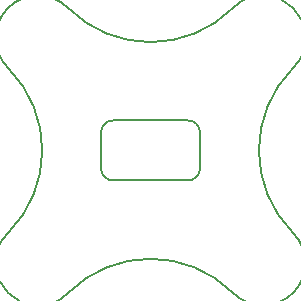
<source format=gm1>
G04 #@! TF.FileFunction,Profile,NP*
%FSLAX46Y46*%
G04 Gerber Fmt 4.6, Leading zero omitted, Abs format (unit mm)*
G04 Created by KiCad (PCBNEW 4.0.7) date 12/11/17 00:30:20*
%MOMM*%
%LPD*%
G01*
G04 APERTURE LIST*
%ADD10C,0.100000*%
%ADD11C,0.150000*%
G04 APERTURE END LIST*
D10*
D11*
X152400000Y-123825000D02*
X158750000Y-123825000D01*
X158750000Y-118745000D02*
X152400000Y-118745000D01*
X151384000Y-122809000D02*
G75*
G03X152400000Y-123825000I1016000J0D01*
G01*
X159766000Y-119761000D02*
G75*
G03X158750000Y-118745000I-1016000J0D01*
G01*
X158750000Y-123825000D02*
G75*
G03X159766000Y-122809000I0J1016000D01*
G01*
X152400000Y-118745000D02*
G75*
G03X151384000Y-119761000I0J-1016000D01*
G01*
X159766000Y-119761000D02*
X159766000Y-122809000D01*
X151384000Y-119761000D02*
X151384000Y-122809000D01*
X143510000Y-128270000D02*
G75*
G03X143510000Y-114300000I-6985000J6985000D01*
G01*
X162560000Y-133350000D02*
G75*
G03X148590000Y-133350000I-6985000J-6985000D01*
G01*
X167640000Y-114300000D02*
G75*
G03X167640000Y-128270000I6985000J-6985000D01*
G01*
X148590000Y-109220000D02*
G75*
G03X162560000Y-109220000I6985000J6985000D01*
G01*
X148590000Y-109220000D02*
G75*
G03X143510000Y-114300000I-2540000J-2540000D01*
G01*
X143510000Y-128270000D02*
G75*
G03X148590000Y-133350000I2540000J-2540000D01*
G01*
X162560000Y-133350000D02*
G75*
G03X167640000Y-128270000I2540000J2540000D01*
G01*
X167640000Y-114300000D02*
G75*
G03X162560000Y-109220000I-2540000J2540000D01*
G01*
M02*

</source>
